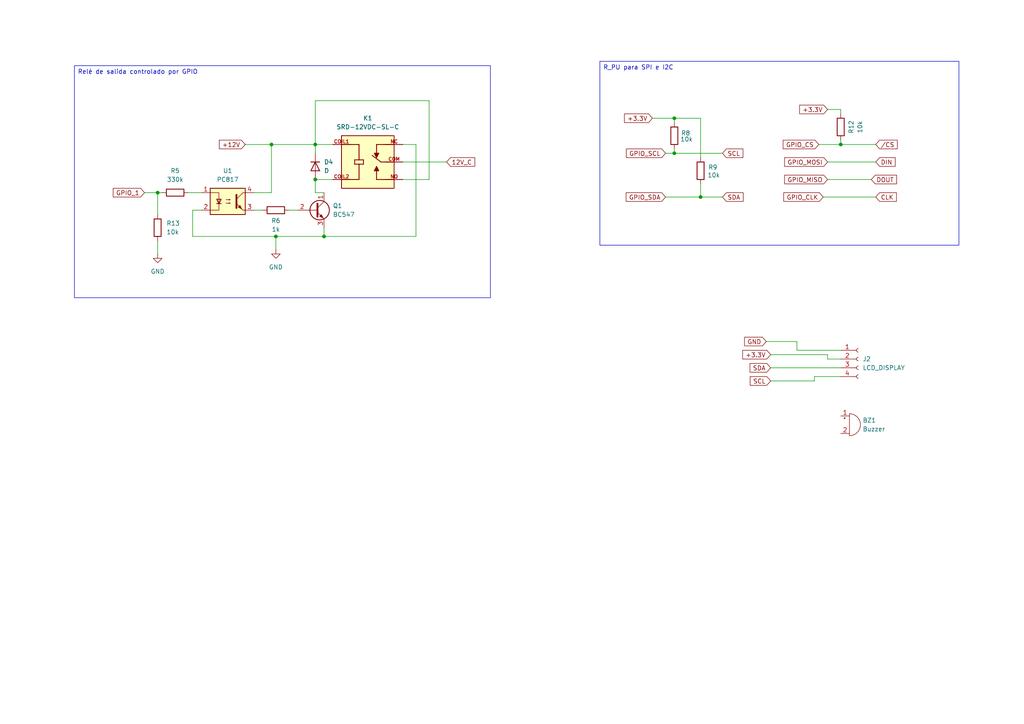
<source format=kicad_sch>
(kicad_sch
	(version 20250114)
	(generator "eeschema")
	(generator_version "9.0")
	(uuid "82e8db8b-2689-43e2-bec9-3bb555f8967d")
	(paper "A4")
	(title_block
		(title "Modulo de control y comunicaciones")
	)
	(lib_symbols
		(symbol "Connector:Conn_01x04_Socket"
			(pin_names
				(offset 1.016)
				(hide yes)
			)
			(exclude_from_sim no)
			(in_bom yes)
			(on_board yes)
			(property "Reference" "J"
				(at 0 5.08 0)
				(effects
					(font
						(size 1.27 1.27)
					)
				)
			)
			(property "Value" "Conn_01x04_Socket"
				(at 0 -7.62 0)
				(effects
					(font
						(size 1.27 1.27)
					)
				)
			)
			(property "Footprint" ""
				(at 0 0 0)
				(effects
					(font
						(size 1.27 1.27)
					)
					(hide yes)
				)
			)
			(property "Datasheet" "~"
				(at 0 0 0)
				(effects
					(font
						(size 1.27 1.27)
					)
					(hide yes)
				)
			)
			(property "Description" "Generic connector, single row, 01x04, script generated"
				(at 0 0 0)
				(effects
					(font
						(size 1.27 1.27)
					)
					(hide yes)
				)
			)
			(property "ki_locked" ""
				(at 0 0 0)
				(effects
					(font
						(size 1.27 1.27)
					)
				)
			)
			(property "ki_keywords" "connector"
				(at 0 0 0)
				(effects
					(font
						(size 1.27 1.27)
					)
					(hide yes)
				)
			)
			(property "ki_fp_filters" "Connector*:*_1x??_*"
				(at 0 0 0)
				(effects
					(font
						(size 1.27 1.27)
					)
					(hide yes)
				)
			)
			(symbol "Conn_01x04_Socket_1_1"
				(polyline
					(pts
						(xy -1.27 2.54) (xy -0.508 2.54)
					)
					(stroke
						(width 0.1524)
						(type default)
					)
					(fill
						(type none)
					)
				)
				(polyline
					(pts
						(xy -1.27 0) (xy -0.508 0)
					)
					(stroke
						(width 0.1524)
						(type default)
					)
					(fill
						(type none)
					)
				)
				(polyline
					(pts
						(xy -1.27 -2.54) (xy -0.508 -2.54)
					)
					(stroke
						(width 0.1524)
						(type default)
					)
					(fill
						(type none)
					)
				)
				(polyline
					(pts
						(xy -1.27 -5.08) (xy -0.508 -5.08)
					)
					(stroke
						(width 0.1524)
						(type default)
					)
					(fill
						(type none)
					)
				)
				(arc
					(start 0 2.032)
					(mid -0.5058 2.54)
					(end 0 3.048)
					(stroke
						(width 0.1524)
						(type default)
					)
					(fill
						(type none)
					)
				)
				(arc
					(start 0 -0.508)
					(mid -0.5058 0)
					(end 0 0.508)
					(stroke
						(width 0.1524)
						(type default)
					)
					(fill
						(type none)
					)
				)
				(arc
					(start 0 -3.048)
					(mid -0.5058 -2.54)
					(end 0 -2.032)
					(stroke
						(width 0.1524)
						(type default)
					)
					(fill
						(type none)
					)
				)
				(arc
					(start 0 -5.588)
					(mid -0.5058 -5.08)
					(end 0 -4.572)
					(stroke
						(width 0.1524)
						(type default)
					)
					(fill
						(type none)
					)
				)
				(pin passive line
					(at -5.08 2.54 0)
					(length 3.81)
					(name "Pin_1"
						(effects
							(font
								(size 1.27 1.27)
							)
						)
					)
					(number "1"
						(effects
							(font
								(size 1.27 1.27)
							)
						)
					)
				)
				(pin passive line
					(at -5.08 0 0)
					(length 3.81)
					(name "Pin_2"
						(effects
							(font
								(size 1.27 1.27)
							)
						)
					)
					(number "2"
						(effects
							(font
								(size 1.27 1.27)
							)
						)
					)
				)
				(pin passive line
					(at -5.08 -2.54 0)
					(length 3.81)
					(name "Pin_3"
						(effects
							(font
								(size 1.27 1.27)
							)
						)
					)
					(number "3"
						(effects
							(font
								(size 1.27 1.27)
							)
						)
					)
				)
				(pin passive line
					(at -5.08 -5.08 0)
					(length 3.81)
					(name "Pin_4"
						(effects
							(font
								(size 1.27 1.27)
							)
						)
					)
					(number "4"
						(effects
							(font
								(size 1.27 1.27)
							)
						)
					)
				)
			)
			(embedded_fonts no)
		)
		(symbol "Device:Buzzer"
			(pin_names
				(offset 0.0254)
				(hide yes)
			)
			(exclude_from_sim no)
			(in_bom yes)
			(on_board yes)
			(property "Reference" "BZ"
				(at 3.81 1.27 0)
				(effects
					(font
						(size 1.27 1.27)
					)
					(justify left)
				)
			)
			(property "Value" "Buzzer"
				(at 3.81 -1.27 0)
				(effects
					(font
						(size 1.27 1.27)
					)
					(justify left)
				)
			)
			(property "Footprint" ""
				(at -0.635 2.54 90)
				(effects
					(font
						(size 1.27 1.27)
					)
					(hide yes)
				)
			)
			(property "Datasheet" "~"
				(at -0.635 2.54 90)
				(effects
					(font
						(size 1.27 1.27)
					)
					(hide yes)
				)
			)
			(property "Description" "Buzzer, polarized"
				(at 0 0 0)
				(effects
					(font
						(size 1.27 1.27)
					)
					(hide yes)
				)
			)
			(property "ki_keywords" "quartz resonator ceramic"
				(at 0 0 0)
				(effects
					(font
						(size 1.27 1.27)
					)
					(hide yes)
				)
			)
			(property "ki_fp_filters" "*Buzzer*"
				(at 0 0 0)
				(effects
					(font
						(size 1.27 1.27)
					)
					(hide yes)
				)
			)
			(symbol "Buzzer_0_1"
				(polyline
					(pts
						(xy -1.651 1.905) (xy -1.143 1.905)
					)
					(stroke
						(width 0)
						(type default)
					)
					(fill
						(type none)
					)
				)
				(polyline
					(pts
						(xy -1.397 2.159) (xy -1.397 1.651)
					)
					(stroke
						(width 0)
						(type default)
					)
					(fill
						(type none)
					)
				)
				(arc
					(start 0 3.175)
					(mid 3.1612 0)
					(end 0 -3.175)
					(stroke
						(width 0)
						(type default)
					)
					(fill
						(type none)
					)
				)
				(polyline
					(pts
						(xy 0 3.175) (xy 0 -3.175)
					)
					(stroke
						(width 0)
						(type default)
					)
					(fill
						(type none)
					)
				)
			)
			(symbol "Buzzer_1_1"
				(pin passive line
					(at -2.54 2.54 0)
					(length 2.54)
					(name "+"
						(effects
							(font
								(size 1.27 1.27)
							)
						)
					)
					(number "1"
						(effects
							(font
								(size 1.27 1.27)
							)
						)
					)
				)
				(pin passive line
					(at -2.54 -2.54 0)
					(length 2.54)
					(name "-"
						(effects
							(font
								(size 1.27 1.27)
							)
						)
					)
					(number "2"
						(effects
							(font
								(size 1.27 1.27)
							)
						)
					)
				)
			)
			(embedded_fonts no)
		)
		(symbol "Device:D"
			(pin_numbers
				(hide yes)
			)
			(pin_names
				(offset 1.016)
				(hide yes)
			)
			(exclude_from_sim no)
			(in_bom yes)
			(on_board yes)
			(property "Reference" "D"
				(at 0 2.54 0)
				(effects
					(font
						(size 1.27 1.27)
					)
				)
			)
			(property "Value" "D"
				(at 0 -2.54 0)
				(effects
					(font
						(size 1.27 1.27)
					)
				)
			)
			(property "Footprint" ""
				(at 0 0 0)
				(effects
					(font
						(size 1.27 1.27)
					)
					(hide yes)
				)
			)
			(property "Datasheet" "~"
				(at 0 0 0)
				(effects
					(font
						(size 1.27 1.27)
					)
					(hide yes)
				)
			)
			(property "Description" "Diode"
				(at 0 0 0)
				(effects
					(font
						(size 1.27 1.27)
					)
					(hide yes)
				)
			)
			(property "Sim.Device" "D"
				(at 0 0 0)
				(effects
					(font
						(size 1.27 1.27)
					)
					(hide yes)
				)
			)
			(property "Sim.Pins" "1=K 2=A"
				(at 0 0 0)
				(effects
					(font
						(size 1.27 1.27)
					)
					(hide yes)
				)
			)
			(property "ki_keywords" "diode"
				(at 0 0 0)
				(effects
					(font
						(size 1.27 1.27)
					)
					(hide yes)
				)
			)
			(property "ki_fp_filters" "TO-???* *_Diode_* *SingleDiode* D_*"
				(at 0 0 0)
				(effects
					(font
						(size 1.27 1.27)
					)
					(hide yes)
				)
			)
			(symbol "D_0_1"
				(polyline
					(pts
						(xy -1.27 1.27) (xy -1.27 -1.27)
					)
					(stroke
						(width 0.254)
						(type default)
					)
					(fill
						(type none)
					)
				)
				(polyline
					(pts
						(xy 1.27 1.27) (xy 1.27 -1.27) (xy -1.27 0) (xy 1.27 1.27)
					)
					(stroke
						(width 0.254)
						(type default)
					)
					(fill
						(type none)
					)
				)
				(polyline
					(pts
						(xy 1.27 0) (xy -1.27 0)
					)
					(stroke
						(width 0)
						(type default)
					)
					(fill
						(type none)
					)
				)
			)
			(symbol "D_1_1"
				(pin passive line
					(at -3.81 0 0)
					(length 2.54)
					(name "K"
						(effects
							(font
								(size 1.27 1.27)
							)
						)
					)
					(number "1"
						(effects
							(font
								(size 1.27 1.27)
							)
						)
					)
				)
				(pin passive line
					(at 3.81 0 180)
					(length 2.54)
					(name "A"
						(effects
							(font
								(size 1.27 1.27)
							)
						)
					)
					(number "2"
						(effects
							(font
								(size 1.27 1.27)
							)
						)
					)
				)
			)
			(embedded_fonts no)
		)
		(symbol "Device:R"
			(pin_numbers
				(hide yes)
			)
			(pin_names
				(offset 0)
			)
			(exclude_from_sim no)
			(in_bom yes)
			(on_board yes)
			(property "Reference" "R"
				(at 2.032 0 90)
				(effects
					(font
						(size 1.27 1.27)
					)
				)
			)
			(property "Value" "R"
				(at 0 0 90)
				(effects
					(font
						(size 1.27 1.27)
					)
				)
			)
			(property "Footprint" ""
				(at -1.778 0 90)
				(effects
					(font
						(size 1.27 1.27)
					)
					(hide yes)
				)
			)
			(property "Datasheet" "~"
				(at 0 0 0)
				(effects
					(font
						(size 1.27 1.27)
					)
					(hide yes)
				)
			)
			(property "Description" "Resistor"
				(at 0 0 0)
				(effects
					(font
						(size 1.27 1.27)
					)
					(hide yes)
				)
			)
			(property "ki_keywords" "R res resistor"
				(at 0 0 0)
				(effects
					(font
						(size 1.27 1.27)
					)
					(hide yes)
				)
			)
			(property "ki_fp_filters" "R_*"
				(at 0 0 0)
				(effects
					(font
						(size 1.27 1.27)
					)
					(hide yes)
				)
			)
			(symbol "R_0_1"
				(rectangle
					(start -1.016 -2.54)
					(end 1.016 2.54)
					(stroke
						(width 0.254)
						(type default)
					)
					(fill
						(type none)
					)
				)
			)
			(symbol "R_1_1"
				(pin passive line
					(at 0 3.81 270)
					(length 1.27)
					(name "~"
						(effects
							(font
								(size 1.27 1.27)
							)
						)
					)
					(number "1"
						(effects
							(font
								(size 1.27 1.27)
							)
						)
					)
				)
				(pin passive line
					(at 0 -3.81 90)
					(length 1.27)
					(name "~"
						(effects
							(font
								(size 1.27 1.27)
							)
						)
					)
					(number "2"
						(effects
							(font
								(size 1.27 1.27)
							)
						)
					)
				)
			)
			(embedded_fonts no)
		)
		(symbol "Isolator:PC817"
			(pin_names
				(offset 1.016)
			)
			(exclude_from_sim no)
			(in_bom yes)
			(on_board yes)
			(property "Reference" "U"
				(at -5.08 5.08 0)
				(effects
					(font
						(size 1.27 1.27)
					)
					(justify left)
				)
			)
			(property "Value" "PC817"
				(at 0 5.08 0)
				(effects
					(font
						(size 1.27 1.27)
					)
					(justify left)
				)
			)
			(property "Footprint" "Package_DIP:DIP-4_W7.62mm"
				(at -5.08 -5.08 0)
				(effects
					(font
						(size 1.27 1.27)
						(italic yes)
					)
					(justify left)
					(hide yes)
				)
			)
			(property "Datasheet" "http://www.soselectronic.cz/a_info/resource/d/pc817.pdf"
				(at 0 0 0)
				(effects
					(font
						(size 1.27 1.27)
					)
					(justify left)
					(hide yes)
				)
			)
			(property "Description" "DC Optocoupler, Vce 35V, CTR 50-300%, DIP-4"
				(at 0 0 0)
				(effects
					(font
						(size 1.27 1.27)
					)
					(hide yes)
				)
			)
			(property "ki_keywords" "NPN DC Optocoupler"
				(at 0 0 0)
				(effects
					(font
						(size 1.27 1.27)
					)
					(hide yes)
				)
			)
			(property "ki_fp_filters" "DIP*W7.62mm*"
				(at 0 0 0)
				(effects
					(font
						(size 1.27 1.27)
					)
					(hide yes)
				)
			)
			(symbol "PC817_0_1"
				(rectangle
					(start -5.08 3.81)
					(end 5.08 -3.81)
					(stroke
						(width 0.254)
						(type default)
					)
					(fill
						(type background)
					)
				)
				(polyline
					(pts
						(xy -5.08 2.54) (xy -2.54 2.54) (xy -2.54 -0.635)
					)
					(stroke
						(width 0)
						(type default)
					)
					(fill
						(type none)
					)
				)
				(polyline
					(pts
						(xy -3.175 -0.635) (xy -1.905 -0.635)
					)
					(stroke
						(width 0.254)
						(type default)
					)
					(fill
						(type none)
					)
				)
				(polyline
					(pts
						(xy -2.54 -0.635) (xy -2.54 -2.54) (xy -5.08 -2.54)
					)
					(stroke
						(width 0)
						(type default)
					)
					(fill
						(type none)
					)
				)
				(polyline
					(pts
						(xy -2.54 -0.635) (xy -3.175 0.635) (xy -1.905 0.635) (xy -2.54 -0.635)
					)
					(stroke
						(width 0.254)
						(type default)
					)
					(fill
						(type none)
					)
				)
				(polyline
					(pts
						(xy -0.508 0.508) (xy 0.762 0.508) (xy 0.381 0.381) (xy 0.381 0.635) (xy 0.762 0.508)
					)
					(stroke
						(width 0)
						(type default)
					)
					(fill
						(type none)
					)
				)
				(polyline
					(pts
						(xy -0.508 -0.508) (xy 0.762 -0.508) (xy 0.381 -0.635) (xy 0.381 -0.381) (xy 0.762 -0.508)
					)
					(stroke
						(width 0)
						(type default)
					)
					(fill
						(type none)
					)
				)
				(polyline
					(pts
						(xy 2.54 1.905) (xy 2.54 -1.905) (xy 2.54 -1.905)
					)
					(stroke
						(width 0.508)
						(type default)
					)
					(fill
						(type none)
					)
				)
				(polyline
					(pts
						(xy 2.54 0.635) (xy 4.445 2.54)
					)
					(stroke
						(width 0)
						(type default)
					)
					(fill
						(type none)
					)
				)
				(polyline
					(pts
						(xy 3.048 -1.651) (xy 3.556 -1.143) (xy 4.064 -2.159) (xy 3.048 -1.651) (xy 3.048 -1.651)
					)
					(stroke
						(width 0)
						(type default)
					)
					(fill
						(type outline)
					)
				)
				(polyline
					(pts
						(xy 4.445 2.54) (xy 5.08 2.54)
					)
					(stroke
						(width 0)
						(type default)
					)
					(fill
						(type none)
					)
				)
				(polyline
					(pts
						(xy 4.445 -2.54) (xy 2.54 -0.635)
					)
					(stroke
						(width 0)
						(type default)
					)
					(fill
						(type outline)
					)
				)
				(polyline
					(pts
						(xy 4.445 -2.54) (xy 5.08 -2.54)
					)
					(stroke
						(width 0)
						(type default)
					)
					(fill
						(type none)
					)
				)
			)
			(symbol "PC817_1_1"
				(pin passive line
					(at -7.62 2.54 0)
					(length 2.54)
					(name "~"
						(effects
							(font
								(size 1.27 1.27)
							)
						)
					)
					(number "1"
						(effects
							(font
								(size 1.27 1.27)
							)
						)
					)
				)
				(pin passive line
					(at -7.62 -2.54 0)
					(length 2.54)
					(name "~"
						(effects
							(font
								(size 1.27 1.27)
							)
						)
					)
					(number "2"
						(effects
							(font
								(size 1.27 1.27)
							)
						)
					)
				)
				(pin passive line
					(at 7.62 2.54 180)
					(length 2.54)
					(name "~"
						(effects
							(font
								(size 1.27 1.27)
							)
						)
					)
					(number "4"
						(effects
							(font
								(size 1.27 1.27)
							)
						)
					)
				)
				(pin passive line
					(at 7.62 -2.54 180)
					(length 2.54)
					(name "~"
						(effects
							(font
								(size 1.27 1.27)
							)
						)
					)
					(number "3"
						(effects
							(font
								(size 1.27 1.27)
							)
						)
					)
				)
			)
			(embedded_fonts no)
		)
		(symbol "SRD-12VDC-SL-C:SRD-12VDC-SL-C"
			(pin_names
				(offset 1.016)
			)
			(exclude_from_sim no)
			(in_bom yes)
			(on_board yes)
			(property "Reference" "K"
				(at -7.62 8.89 0)
				(effects
					(font
						(size 1.27 1.27)
					)
					(justify left bottom)
				)
			)
			(property "Value" "SRD-12VDC-SL-C"
				(at -7.62 -10.16 0)
				(effects
					(font
						(size 1.27 1.27)
					)
					(justify left bottom)
				)
			)
			(property "Footprint" "SRD-12VDC-SL-C:RELAY_SRD-12VDC-SL-C"
				(at 0 0 0)
				(effects
					(font
						(size 1.27 1.27)
					)
					(justify bottom)
					(hide yes)
				)
			)
			(property "Datasheet" ""
				(at 0 0 0)
				(effects
					(font
						(size 1.27 1.27)
					)
					(hide yes)
				)
			)
			(property "Description" ""
				(at 0 0 0)
				(effects
					(font
						(size 1.27 1.27)
					)
					(hide yes)
				)
			)
			(property "MF" "Songle Relay"
				(at 0 0 0)
				(effects
					(font
						(size 1.27 1.27)
					)
					(justify bottom)
					(hide yes)
				)
			)
			(property "MAXIMUM_PACKAGE_HEIGHT" "15.8 mm"
				(at 0 0 0)
				(effects
					(font
						(size 1.27 1.27)
					)
					(justify bottom)
					(hide yes)
				)
			)
			(property "Package" "NON STANDARD-5 Songle Relay"
				(at 0 0 0)
				(effects
					(font
						(size 1.27 1.27)
					)
					(justify bottom)
					(hide yes)
				)
			)
			(property "Price" "None"
				(at 0 0 0)
				(effects
					(font
						(size 1.27 1.27)
					)
					(justify bottom)
					(hide yes)
				)
			)
			(property "Check_prices" "https://www.snapeda.com/parts/SRD-12VDC-SL-C/Songle+Relay/view-part/?ref=eda"
				(at 0 0 0)
				(effects
					(font
						(size 1.27 1.27)
					)
					(justify bottom)
					(hide yes)
				)
			)
			(property "STANDARD" "IPC 7351B"
				(at 0 0 0)
				(effects
					(font
						(size 1.27 1.27)
					)
					(justify bottom)
					(hide yes)
				)
			)
			(property "PARTREV" "1.0"
				(at 0 0 0)
				(effects
					(font
						(size 1.27 1.27)
					)
					(justify bottom)
					(hide yes)
				)
			)
			(property "SnapEDA_Link" "https://www.snapeda.com/parts/SRD-12VDC-SL-C/Songle+Relay/view-part/?ref=snap"
				(at 0 0 0)
				(effects
					(font
						(size 1.27 1.27)
					)
					(justify bottom)
					(hide yes)
				)
			)
			(property "MP" "SRD-12VDC-SL-C"
				(at 0 0 0)
				(effects
					(font
						(size 1.27 1.27)
					)
					(justify bottom)
					(hide yes)
				)
			)
			(property "Description_1" "General Purpose Non Latching 12VDC SPDT Through Hole Relays RoHS"
				(at 0 0 0)
				(effects
					(font
						(size 1.27 1.27)
					)
					(justify bottom)
					(hide yes)
				)
			)
			(property "Availability" "In Stock"
				(at 0 0 0)
				(effects
					(font
						(size 1.27 1.27)
					)
					(justify bottom)
					(hide yes)
				)
			)
			(property "MANUFACTURER" "Songle Relay"
				(at 0 0 0)
				(effects
					(font
						(size 1.27 1.27)
					)
					(justify bottom)
					(hide yes)
				)
			)
			(symbol "SRD-12VDC-SL-C_0_0"
				(polyline
					(pts
						(xy -7.62 5.08) (xy -2.54 5.08)
					)
					(stroke
						(width 0.254)
						(type default)
					)
					(fill
						(type none)
					)
				)
				(polyline
					(pts
						(xy -7.62 -5.08) (xy -2.54 -5.08)
					)
					(stroke
						(width 0.254)
						(type default)
					)
					(fill
						(type none)
					)
				)
				(rectangle
					(start -7.62 -7.62)
					(end 7.62 7.62)
					(stroke
						(width 0.254)
						(type default)
					)
					(fill
						(type background)
					)
				)
				(polyline
					(pts
						(xy -3.81 0.635) (xy -2.54 0.635)
					)
					(stroke
						(width 0.254)
						(type default)
					)
					(fill
						(type none)
					)
				)
				(polyline
					(pts
						(xy -3.81 -0.635) (xy -3.81 0.635)
					)
					(stroke
						(width 0.254)
						(type default)
					)
					(fill
						(type none)
					)
				)
				(polyline
					(pts
						(xy -2.54 5.08) (xy -2.54 0.635)
					)
					(stroke
						(width 0.254)
						(type default)
					)
					(fill
						(type none)
					)
				)
				(polyline
					(pts
						(xy -2.54 0.635) (xy -1.27 0.635)
					)
					(stroke
						(width 0.254)
						(type default)
					)
					(fill
						(type none)
					)
				)
				(polyline
					(pts
						(xy -2.54 -0.635) (xy -3.81 -0.635)
					)
					(stroke
						(width 0.254)
						(type default)
					)
					(fill
						(type none)
					)
				)
				(polyline
					(pts
						(xy -2.54 -0.635) (xy -2.54 -5.08)
					)
					(stroke
						(width 0.254)
						(type default)
					)
					(fill
						(type none)
					)
				)
				(polyline
					(pts
						(xy -1.27 0.635) (xy -1.27 -0.635)
					)
					(stroke
						(width 0.254)
						(type default)
					)
					(fill
						(type none)
					)
				)
				(polyline
					(pts
						(xy -1.27 -0.635) (xy -2.54 -0.635)
					)
					(stroke
						(width 0.254)
						(type default)
					)
					(fill
						(type none)
					)
				)
				(polyline
					(pts
						(xy 1.905 -2.54) (xy 3.175 -2.54) (xy 2.54 -1.27) (xy 1.905 -2.54)
					)
					(stroke
						(width 0.254)
						(type default)
					)
					(fill
						(type outline)
					)
				)
				(polyline
					(pts
						(xy 2.54 5.08) (xy 2.54 2.54)
					)
					(stroke
						(width 0.254)
						(type default)
					)
					(fill
						(type none)
					)
				)
				(polyline
					(pts
						(xy 2.54 5.08) (xy 7.62 5.08)
					)
					(stroke
						(width 0.254)
						(type default)
					)
					(fill
						(type none)
					)
				)
				(polyline
					(pts
						(xy 2.54 -5.08) (xy 2.54 -2.54)
					)
					(stroke
						(width 0.254)
						(type default)
					)
					(fill
						(type none)
					)
				)
				(polyline
					(pts
						(xy 3.175 2.54) (xy 1.905 2.54) (xy 2.54 1.27) (xy 3.175 2.54)
					)
					(stroke
						(width 0.254)
						(type default)
					)
					(fill
						(type outline)
					)
				)
				(polyline
					(pts
						(xy 3.81 0) (xy 1.27 1.905)
					)
					(stroke
						(width 0.254)
						(type default)
					)
					(fill
						(type none)
					)
				)
				(polyline
					(pts
						(xy 7.62 0) (xy 3.81 0)
					)
					(stroke
						(width 0.254)
						(type default)
					)
					(fill
						(type none)
					)
				)
				(polyline
					(pts
						(xy 7.62 -5.08) (xy 2.54 -5.08)
					)
					(stroke
						(width 0.254)
						(type default)
					)
					(fill
						(type none)
					)
				)
				(pin passive line
					(at -10.16 5.08 0)
					(length 5.08)
					(name "~"
						(effects
							(font
								(size 1.016 1.016)
							)
						)
					)
					(number "COIL1"
						(effects
							(font
								(size 1.016 1.016)
							)
						)
					)
				)
				(pin passive line
					(at -10.16 -5.08 0)
					(length 5.08)
					(name "~"
						(effects
							(font
								(size 1.016 1.016)
							)
						)
					)
					(number "COIL2"
						(effects
							(font
								(size 1.016 1.016)
							)
						)
					)
				)
				(pin passive line
					(at 10.16 5.08 180)
					(length 5.08)
					(name "~"
						(effects
							(font
								(size 1.016 1.016)
							)
						)
					)
					(number "NC"
						(effects
							(font
								(size 1.016 1.016)
							)
						)
					)
				)
				(pin passive line
					(at 10.16 0 180)
					(length 5.08)
					(name "~"
						(effects
							(font
								(size 1.016 1.016)
							)
						)
					)
					(number "COM"
						(effects
							(font
								(size 1.016 1.016)
							)
						)
					)
				)
				(pin passive line
					(at 10.16 -5.08 180)
					(length 5.08)
					(name "~"
						(effects
							(font
								(size 1.016 1.016)
							)
						)
					)
					(number "NO"
						(effects
							(font
								(size 1.016 1.016)
							)
						)
					)
				)
			)
			(embedded_fonts no)
		)
		(symbol "Transistor_BJT:BC547"
			(pin_names
				(offset 0)
				(hide yes)
			)
			(exclude_from_sim no)
			(in_bom yes)
			(on_board yes)
			(property "Reference" "Q"
				(at 5.08 1.905 0)
				(effects
					(font
						(size 1.27 1.27)
					)
					(justify left)
				)
			)
			(property "Value" "BC547"
				(at 5.08 0 0)
				(effects
					(font
						(size 1.27 1.27)
					)
					(justify left)
				)
			)
			(property "Footprint" "Package_TO_SOT_THT:TO-92_Inline"
				(at 5.08 -1.905 0)
				(effects
					(font
						(size 1.27 1.27)
						(italic yes)
					)
					(justify left)
					(hide yes)
				)
			)
			(property "Datasheet" "https://www.onsemi.com/pub/Collateral/BC550-D.pdf"
				(at 0 0 0)
				(effects
					(font
						(size 1.27 1.27)
					)
					(justify left)
					(hide yes)
				)
			)
			(property "Description" "0.1A Ic, 45V Vce, Small Signal NPN Transistor, TO-92"
				(at 0 0 0)
				(effects
					(font
						(size 1.27 1.27)
					)
					(hide yes)
				)
			)
			(property "ki_keywords" "NPN Transistor"
				(at 0 0 0)
				(effects
					(font
						(size 1.27 1.27)
					)
					(hide yes)
				)
			)
			(property "ki_fp_filters" "TO?92*"
				(at 0 0 0)
				(effects
					(font
						(size 1.27 1.27)
					)
					(hide yes)
				)
			)
			(symbol "BC547_0_1"
				(polyline
					(pts
						(xy -2.54 0) (xy 0.635 0)
					)
					(stroke
						(width 0)
						(type default)
					)
					(fill
						(type none)
					)
				)
				(polyline
					(pts
						(xy 0.635 1.905) (xy 0.635 -1.905)
					)
					(stroke
						(width 0.508)
						(type default)
					)
					(fill
						(type none)
					)
				)
				(circle
					(center 1.27 0)
					(radius 2.8194)
					(stroke
						(width 0.254)
						(type default)
					)
					(fill
						(type none)
					)
				)
			)
			(symbol "BC547_1_1"
				(polyline
					(pts
						(xy 0.635 0.635) (xy 2.54 2.54)
					)
					(stroke
						(width 0)
						(type default)
					)
					(fill
						(type none)
					)
				)
				(polyline
					(pts
						(xy 0.635 -0.635) (xy 2.54 -2.54)
					)
					(stroke
						(width 0)
						(type default)
					)
					(fill
						(type none)
					)
				)
				(polyline
					(pts
						(xy 1.27 -1.778) (xy 1.778 -1.27) (xy 2.286 -2.286) (xy 1.27 -1.778)
					)
					(stroke
						(width 0)
						(type default)
					)
					(fill
						(type outline)
					)
				)
				(pin input line
					(at -5.08 0 0)
					(length 2.54)
					(name "B"
						(effects
							(font
								(size 1.27 1.27)
							)
						)
					)
					(number "2"
						(effects
							(font
								(size 1.27 1.27)
							)
						)
					)
				)
				(pin passive line
					(at 2.54 5.08 270)
					(length 2.54)
					(name "C"
						(effects
							(font
								(size 1.27 1.27)
							)
						)
					)
					(number "1"
						(effects
							(font
								(size 1.27 1.27)
							)
						)
					)
				)
				(pin passive line
					(at 2.54 -5.08 90)
					(length 2.54)
					(name "E"
						(effects
							(font
								(size 1.27 1.27)
							)
						)
					)
					(number "3"
						(effects
							(font
								(size 1.27 1.27)
							)
						)
					)
				)
			)
			(embedded_fonts no)
		)
		(symbol "power:GND"
			(power)
			(pin_numbers
				(hide yes)
			)
			(pin_names
				(offset 0)
				(hide yes)
			)
			(exclude_from_sim no)
			(in_bom yes)
			(on_board yes)
			(property "Reference" "#PWR"
				(at 0 -6.35 0)
				(effects
					(font
						(size 1.27 1.27)
					)
					(hide yes)
				)
			)
			(property "Value" "GND"
				(at 0 -3.81 0)
				(effects
					(font
						(size 1.27 1.27)
					)
				)
			)
			(property "Footprint" ""
				(at 0 0 0)
				(effects
					(font
						(size 1.27 1.27)
					)
					(hide yes)
				)
			)
			(property "Datasheet" ""
				(at 0 0 0)
				(effects
					(font
						(size 1.27 1.27)
					)
					(hide yes)
				)
			)
			(property "Description" "Power symbol creates a global label with name \"GND\" , ground"
				(at 0 0 0)
				(effects
					(font
						(size 1.27 1.27)
					)
					(hide yes)
				)
			)
			(property "ki_keywords" "global power"
				(at 0 0 0)
				(effects
					(font
						(size 1.27 1.27)
					)
					(hide yes)
				)
			)
			(symbol "GND_0_1"
				(polyline
					(pts
						(xy 0 0) (xy 0 -1.27) (xy 1.27 -1.27) (xy 0 -2.54) (xy -1.27 -1.27) (xy 0 -1.27)
					)
					(stroke
						(width 0)
						(type default)
					)
					(fill
						(type none)
					)
				)
			)
			(symbol "GND_1_1"
				(pin power_in line
					(at 0 0 270)
					(length 0)
					(name "~"
						(effects
							(font
								(size 1.27 1.27)
							)
						)
					)
					(number "1"
						(effects
							(font
								(size 1.27 1.27)
							)
						)
					)
				)
			)
			(embedded_fonts no)
		)
	)
	(text_box "Relé de salida controlado por GPIO\n\n"
		(exclude_from_sim no)
		(at 21.59 19.05 0)
		(size 120.65 67.31)
		(margins 0.9525 0.9525 0.9525 0.9525)
		(stroke
			(width 0)
			(type solid)
		)
		(fill
			(type none)
		)
		(effects
			(font
				(size 1.27 1.27)
			)
			(justify left top)
		)
		(uuid "7fbc4732-11c7-4503-a658-b671c2112f85")
	)
	(text_box "R_PU para SPI e I2C"
		(exclude_from_sim no)
		(at 173.99 17.78 0)
		(size 104.14 53.34)
		(margins 0.9525 0.9525 0.9525 0.9525)
		(stroke
			(width 0)
			(type solid)
		)
		(fill
			(type none)
		)
		(effects
			(font
				(size 1.27 1.27)
			)
			(justify left top)
		)
		(uuid "cffa054f-9df1-43d5-9444-cd2d94f718a9")
	)
	(junction
		(at 91.44 41.91)
		(diameter 0)
		(color 0 0 0 0)
		(uuid "22af4345-1808-4201-9efc-7e5b0dc009dd")
	)
	(junction
		(at 93.98 68.58)
		(diameter 0)
		(color 0 0 0 0)
		(uuid "2aca2035-ebf0-4b43-8920-123605e5a0e7")
	)
	(junction
		(at 243.84 41.91)
		(diameter 0)
		(color 0 0 0 0)
		(uuid "34cb23d8-01d5-4ce0-b4c1-23f071637a5c")
	)
	(junction
		(at 45.72 55.88)
		(diameter 0)
		(color 0 0 0 0)
		(uuid "838b7ea5-0f75-47e0-b57e-81c659ee7211")
	)
	(junction
		(at 195.58 44.45)
		(diameter 0)
		(color 0 0 0 0)
		(uuid "84e3567a-eb92-4e6b-b446-77d5ec475d1f")
	)
	(junction
		(at 91.44 52.07)
		(diameter 0)
		(color 0 0 0 0)
		(uuid "8bf3c4ce-4206-4e3b-8d77-0fbae6c4db80")
	)
	(junction
		(at 78.74 41.91)
		(diameter 0)
		(color 0 0 0 0)
		(uuid "8f88cc0d-4a83-4a31-be5b-fbff809b8e30")
	)
	(junction
		(at 195.58 34.29)
		(diameter 0)
		(color 0 0 0 0)
		(uuid "bc349be8-3429-4d45-b0fb-ca3dab4fac0b")
	)
	(junction
		(at 80.01 68.58)
		(diameter 0)
		(color 0 0 0 0)
		(uuid "c00d52e1-dcbb-44eb-bf13-e9ea6007b990")
	)
	(junction
		(at 203.2 57.15)
		(diameter 0)
		(color 0 0 0 0)
		(uuid "cf657193-fdc9-48d8-9ec1-7673566273f1")
	)
	(wire
		(pts
			(xy 71.12 41.91) (xy 78.74 41.91)
		)
		(stroke
			(width 0)
			(type default)
		)
		(uuid "044bd747-51f2-4b27-b341-05e14fc87d09")
	)
	(wire
		(pts
			(xy 193.04 44.45) (xy 195.58 44.45)
		)
		(stroke
			(width 0)
			(type default)
		)
		(uuid "04f808f4-10c0-49d0-81e6-0a2aad6f4922")
	)
	(wire
		(pts
			(xy 55.88 60.96) (xy 55.88 68.58)
		)
		(stroke
			(width 0)
			(type default)
		)
		(uuid "094a24f5-3bf6-44b0-87fb-0e96c222eca8")
	)
	(wire
		(pts
			(xy 93.98 66.04) (xy 93.98 68.58)
		)
		(stroke
			(width 0)
			(type default)
		)
		(uuid "1207b346-c29d-420c-9a09-cd0d259af290")
	)
	(wire
		(pts
			(xy 240.03 52.07) (xy 252.73 52.07)
		)
		(stroke
			(width 0)
			(type default)
		)
		(uuid "131e9a3f-e03f-4e7f-8b79-eaa9ae3562df")
	)
	(wire
		(pts
			(xy 54.61 55.88) (xy 58.42 55.88)
		)
		(stroke
			(width 0)
			(type default)
		)
		(uuid "149af1b2-1b2f-416c-9d8e-cfe324481d1c")
	)
	(wire
		(pts
			(xy 240.03 46.99) (xy 254 46.99)
		)
		(stroke
			(width 0)
			(type default)
		)
		(uuid "198a2c51-bec6-441c-86e2-d00901e8160f")
	)
	(wire
		(pts
			(xy 91.44 41.91) (xy 96.52 41.91)
		)
		(stroke
			(width 0)
			(type default)
		)
		(uuid "1c594a39-74b7-4668-b2cc-031d45325deb")
	)
	(wire
		(pts
			(xy 93.98 68.58) (xy 80.01 68.58)
		)
		(stroke
			(width 0)
			(type default)
		)
		(uuid "1d6505d0-f086-4b13-811f-d184b54bdf44")
	)
	(wire
		(pts
			(xy 58.42 60.96) (xy 55.88 60.96)
		)
		(stroke
			(width 0)
			(type default)
		)
		(uuid "202b6bc9-dece-4002-9003-547fd113e9e8")
	)
	(wire
		(pts
			(xy 203.2 57.15) (xy 209.55 57.15)
		)
		(stroke
			(width 0)
			(type default)
		)
		(uuid "22716356-0389-45e5-9a81-49310881ecf6")
	)
	(wire
		(pts
			(xy 73.66 55.88) (xy 78.74 55.88)
		)
		(stroke
			(width 0)
			(type default)
		)
		(uuid "22b5f67f-c87a-4076-96c3-e90a7d764d27")
	)
	(wire
		(pts
			(xy 231.14 99.06) (xy 222.25 99.06)
		)
		(stroke
			(width 0)
			(type default)
		)
		(uuid "24cbd83f-99b0-440c-9806-3bfadf15a351")
	)
	(wire
		(pts
			(xy 41.91 55.88) (xy 45.72 55.88)
		)
		(stroke
			(width 0)
			(type default)
		)
		(uuid "2520c1ae-db42-4bf3-b2f9-b5ee67f03589")
	)
	(wire
		(pts
			(xy 45.72 55.88) (xy 45.72 62.23)
		)
		(stroke
			(width 0)
			(type default)
		)
		(uuid "27ebc32a-afa6-4f6f-9f5e-d0156ad2d27c")
	)
	(wire
		(pts
			(xy 223.52 106.68) (xy 243.84 106.68)
		)
		(stroke
			(width 0)
			(type default)
		)
		(uuid "28da1af9-159a-4784-9468-56da10227d94")
	)
	(wire
		(pts
			(xy 223.52 102.87) (xy 240.03 102.87)
		)
		(stroke
			(width 0)
			(type default)
		)
		(uuid "28de46db-d9bf-4e19-ab4d-0aafe6072a99")
	)
	(wire
		(pts
			(xy 93.98 68.58) (xy 120.65 68.58)
		)
		(stroke
			(width 0)
			(type default)
		)
		(uuid "2b325a73-521c-49cf-a385-5aa6911fc7ba")
	)
	(wire
		(pts
			(xy 195.58 35.56) (xy 195.58 34.29)
		)
		(stroke
			(width 0)
			(type default)
		)
		(uuid "2cead1a3-a0bc-4356-bdf0-6837ae617fdf")
	)
	(wire
		(pts
			(xy 203.2 53.34) (xy 203.2 57.15)
		)
		(stroke
			(width 0)
			(type default)
		)
		(uuid "32d3fbeb-10a7-44b6-9756-d376a3736629")
	)
	(wire
		(pts
			(xy 240.03 104.14) (xy 243.84 104.14)
		)
		(stroke
			(width 0)
			(type default)
		)
		(uuid "4169a441-8c56-46eb-ba95-fb7e7c406f14")
	)
	(wire
		(pts
			(xy 124.46 29.21) (xy 124.46 52.07)
		)
		(stroke
			(width 0)
			(type default)
		)
		(uuid "459e2fec-e9a9-4125-9c1c-a8352f0d106d")
	)
	(wire
		(pts
			(xy 124.46 52.07) (xy 116.84 52.07)
		)
		(stroke
			(width 0)
			(type default)
		)
		(uuid "550983fb-abbb-4c5f-b62a-a241cbc74b46")
	)
	(wire
		(pts
			(xy 238.76 57.15) (xy 254 57.15)
		)
		(stroke
			(width 0)
			(type default)
		)
		(uuid "57656053-1a2d-413b-83b8-10e997fe9a6a")
	)
	(wire
		(pts
			(xy 243.84 109.22) (xy 236.22 109.22)
		)
		(stroke
			(width 0)
			(type default)
		)
		(uuid "65f672a2-611d-4c09-9b29-64a36b4a9f3f")
	)
	(wire
		(pts
			(xy 236.22 110.49) (xy 223.52 110.49)
		)
		(stroke
			(width 0)
			(type default)
		)
		(uuid "68273ec6-339d-48f8-8204-4adc2191806d")
	)
	(wire
		(pts
			(xy 45.72 69.85) (xy 45.72 73.66)
		)
		(stroke
			(width 0)
			(type default)
		)
		(uuid "6f654969-3353-4d60-94df-3a34b8e271e1")
	)
	(wire
		(pts
			(xy 91.44 41.91) (xy 91.44 29.21)
		)
		(stroke
			(width 0)
			(type default)
		)
		(uuid "6fb38fcb-f41e-46c9-892d-accf95dcfc44")
	)
	(wire
		(pts
			(xy 243.84 41.91) (xy 254 41.91)
		)
		(stroke
			(width 0)
			(type default)
		)
		(uuid "6ffe5cc5-56c4-40d3-a785-c8353605ec4c")
	)
	(wire
		(pts
			(xy 195.58 44.45) (xy 209.55 44.45)
		)
		(stroke
			(width 0)
			(type default)
		)
		(uuid "766960ac-b12f-466b-a2c2-1eb5d87287c9")
	)
	(wire
		(pts
			(xy 240.03 31.75) (xy 243.84 31.75)
		)
		(stroke
			(width 0)
			(type default)
		)
		(uuid "81358820-ed2a-444e-83d8-55d0000445d3")
	)
	(wire
		(pts
			(xy 189.23 34.29) (xy 195.58 34.29)
		)
		(stroke
			(width 0)
			(type default)
		)
		(uuid "8a6bdb11-0137-4829-8d9d-62c0ea8c2ea1")
	)
	(wire
		(pts
			(xy 78.74 55.88) (xy 78.74 41.91)
		)
		(stroke
			(width 0)
			(type default)
		)
		(uuid "9194a380-4811-4741-80ff-dedbd7d0f322")
	)
	(wire
		(pts
			(xy 93.98 55.88) (xy 91.44 55.88)
		)
		(stroke
			(width 0)
			(type default)
		)
		(uuid "95d4a7c0-46b1-49bf-b6d9-0d5fcbaf0500")
	)
	(wire
		(pts
			(xy 45.72 55.88) (xy 46.99 55.88)
		)
		(stroke
			(width 0)
			(type default)
		)
		(uuid "9618fbea-754d-43e6-86c5-9a6de0b832e1")
	)
	(wire
		(pts
			(xy 80.01 68.58) (xy 55.88 68.58)
		)
		(stroke
			(width 0)
			(type default)
		)
		(uuid "973182a1-8d38-4cf4-b4dd-6120a8aca156")
	)
	(wire
		(pts
			(xy 80.01 72.39) (xy 80.01 68.58)
		)
		(stroke
			(width 0)
			(type default)
		)
		(uuid "97e5700a-ecef-483b-8b55-2a17ff7759e3")
	)
	(wire
		(pts
			(xy 240.03 102.87) (xy 240.03 104.14)
		)
		(stroke
			(width 0)
			(type default)
		)
		(uuid "9813d0ab-7c2d-456a-ac7b-6a688397ae15")
	)
	(wire
		(pts
			(xy 91.44 29.21) (xy 124.46 29.21)
		)
		(stroke
			(width 0)
			(type default)
		)
		(uuid "98871f2a-2a91-4628-9ca6-aee69110f1ab")
	)
	(wire
		(pts
			(xy 237.49 41.91) (xy 243.84 41.91)
		)
		(stroke
			(width 0)
			(type default)
		)
		(uuid "a0f2297a-456d-4ec0-b669-a4511388c5c5")
	)
	(wire
		(pts
			(xy 91.44 52.07) (xy 96.52 52.07)
		)
		(stroke
			(width 0)
			(type default)
		)
		(uuid "a46bb648-8ab2-4854-a603-7aa6ef92ddb5")
	)
	(wire
		(pts
			(xy 78.74 41.91) (xy 91.44 41.91)
		)
		(stroke
			(width 0)
			(type default)
		)
		(uuid "ac852149-90cc-417f-8b82-3abcab50a64c")
	)
	(wire
		(pts
			(xy 243.84 101.6) (xy 231.14 101.6)
		)
		(stroke
			(width 0)
			(type default)
		)
		(uuid "b5cd54b1-57d1-4748-90d6-ee2f079de7de")
	)
	(wire
		(pts
			(xy 254 46.981) (xy 254 46.99)
		)
		(stroke
			(width 0)
			(type default)
		)
		(uuid "bae39330-5764-45b2-b648-471844597a90")
	)
	(wire
		(pts
			(xy 243.84 40.64) (xy 243.84 41.91)
		)
		(stroke
			(width 0)
			(type default)
		)
		(uuid "bf6265c0-d9ac-4f62-8bbe-9acb0856fc54")
	)
	(wire
		(pts
			(xy 91.44 55.88) (xy 91.44 52.07)
		)
		(stroke
			(width 0)
			(type default)
		)
		(uuid "c255dc53-e538-42d2-8acb-84330469f0b0")
	)
	(wire
		(pts
			(xy 231.14 101.6) (xy 231.14 99.06)
		)
		(stroke
			(width 0)
			(type default)
		)
		(uuid "c4cd6556-666e-40a2-92f5-46fc32ff2074")
	)
	(wire
		(pts
			(xy 116.84 46.99) (xy 129.54 46.99)
		)
		(stroke
			(width 0)
			(type default)
		)
		(uuid "c500da42-d5ef-4329-ad54-c944a0c67d8c")
	)
	(wire
		(pts
			(xy 195.58 43.18) (xy 195.58 44.45)
		)
		(stroke
			(width 0)
			(type default)
		)
		(uuid "c97723cd-1956-4bc4-9dae-079f43ddc7f0")
	)
	(wire
		(pts
			(xy 120.65 68.58) (xy 120.65 41.91)
		)
		(stroke
			(width 0)
			(type default)
		)
		(uuid "d864ebf4-9ab5-409d-b385-a708ecf7afdd")
	)
	(wire
		(pts
			(xy 73.66 60.96) (xy 76.2 60.96)
		)
		(stroke
			(width 0)
			(type default)
		)
		(uuid "da5b43f0-8c97-4745-953c-eb071c45adb3")
	)
	(wire
		(pts
			(xy 91.44 41.91) (xy 91.44 44.45)
		)
		(stroke
			(width 0)
			(type default)
		)
		(uuid "de22548d-dd14-4acb-8f93-d97fdfdc692d")
	)
	(wire
		(pts
			(xy 195.58 34.29) (xy 203.2 34.29)
		)
		(stroke
			(width 0)
			(type default)
		)
		(uuid "ed3fd54c-5a5a-40cb-8609-a21c9d6337e2")
	)
	(wire
		(pts
			(xy 203.2 57.15) (xy 193.04 57.15)
		)
		(stroke
			(width 0)
			(type default)
		)
		(uuid "ee2ca4dc-607b-44dd-9ea0-757ece814b02")
	)
	(wire
		(pts
			(xy 236.22 109.22) (xy 236.22 110.49)
		)
		(stroke
			(width 0)
			(type default)
		)
		(uuid "ef8cee7f-ce5a-4f20-ad80-45cc8239616b")
	)
	(wire
		(pts
			(xy 83.82 60.96) (xy 86.36 60.96)
		)
		(stroke
			(width 0)
			(type default)
		)
		(uuid "efbddf7f-1a0e-4587-b74e-286243c2d550")
	)
	(wire
		(pts
			(xy 203.2 45.72) (xy 203.2 34.29)
		)
		(stroke
			(width 0)
			(type default)
		)
		(uuid "fb97b764-e9ad-430d-a6d5-82116286ec7d")
	)
	(wire
		(pts
			(xy 120.65 41.91) (xy 116.84 41.91)
		)
		(stroke
			(width 0)
			(type default)
		)
		(uuid "fd7906d5-d822-4b67-a695-68bce1e1abd3")
	)
	(wire
		(pts
			(xy 243.84 31.75) (xy 243.84 33.02)
		)
		(stroke
			(width 0)
			(type default)
		)
		(uuid "ff8efd96-0866-401a-924e-681226b4078e")
	)
	(global_label "+3.3V"
		(shape input)
		(at 189.23 34.29 180)
		(fields_autoplaced yes)
		(effects
			(font
				(size 1.27 1.27)
			)
			(justify right)
		)
		(uuid "120e1777-ccfa-4910-95f3-55dbcba96506")
		(property "Intersheetrefs" "${INTERSHEET_REFS}"
			(at 180.56 34.29 0)
			(effects
				(font
					(size 1.27 1.27)
				)
				(justify right)
				(hide yes)
			)
		)
	)
	(global_label "{slash}CS"
		(shape input)
		(at 254 41.91 0)
		(fields_autoplaced yes)
		(effects
			(font
				(size 1.27 1.27)
			)
			(justify left)
		)
		(uuid "26ec6ceb-fa95-4849-b7bc-3fb1229f9f10")
		(property "Intersheetrefs" "${INTERSHEET_REFS}"
			(at 260.7952 41.91 0)
			(effects
				(font
					(size 1.27 1.27)
				)
				(justify left)
				(hide yes)
			)
		)
	)
	(global_label "SDA"
		(shape input)
		(at 223.52 106.68 180)
		(fields_autoplaced yes)
		(effects
			(font
				(size 1.27 1.27)
			)
			(justify right)
		)
		(uuid "3751865b-c4f9-4533-9f89-e9a9ab64d575")
		(property "Intersheetrefs" "${INTERSHEET_REFS}"
			(at 216.9667 106.68 0)
			(effects
				(font
					(size 1.27 1.27)
				)
				(justify right)
				(hide yes)
			)
		)
	)
	(global_label "CLK"
		(shape input)
		(at 254 57.15 0)
		(fields_autoplaced yes)
		(effects
			(font
				(size 1.27 1.27)
			)
			(justify left)
		)
		(uuid "3fa68956-53f0-4c08-b381-1985dec443ac")
		(property "Intersheetrefs" "${INTERSHEET_REFS}"
			(at 260.5533 57.15 0)
			(effects
				(font
					(size 1.27 1.27)
				)
				(justify left)
				(hide yes)
			)
		)
	)
	(global_label "GPIO_SDA"
		(shape input)
		(at 193.04 57.15 180)
		(fields_autoplaced yes)
		(effects
			(font
				(size 1.27 1.27)
			)
			(justify right)
		)
		(uuid "40dc3dc9-85f6-4946-875e-c8883e7e3aed")
		(property "Intersheetrefs" "${INTERSHEET_REFS}"
			(at 181.0438 57.15 0)
			(effects
				(font
					(size 1.27 1.27)
				)
				(justify right)
				(hide yes)
			)
		)
	)
	(global_label "GPIO_CLK"
		(shape input)
		(at 238.76 57.15 180)
		(fields_autoplaced yes)
		(effects
			(font
				(size 1.27 1.27)
			)
			(justify right)
		)
		(uuid "5ad0dbbf-3f96-43a4-95ae-f9713bf18de1")
		(property "Intersheetrefs" "${INTERSHEET_REFS}"
			(at 226.7638 57.15 0)
			(effects
				(font
					(size 1.27 1.27)
				)
				(justify right)
				(hide yes)
			)
		)
	)
	(global_label "+12V"
		(shape input)
		(at 71.12 41.91 180)
		(fields_autoplaced yes)
		(effects
			(font
				(size 1.27 1.27)
			)
			(justify right)
		)
		(uuid "6667eb79-ec2b-4063-9df2-361c690049b3")
		(property "Intersheetrefs" "${INTERSHEET_REFS}"
			(at 63.0548 41.91 0)
			(effects
				(font
					(size 1.27 1.27)
				)
				(justify right)
				(hide yes)
			)
		)
	)
	(global_label "GPIO_MOSI"
		(shape input)
		(at 240.03 46.99 180)
		(fields_autoplaced yes)
		(effects
			(font
				(size 1.27 1.27)
			)
			(justify right)
		)
		(uuid "6c1fd938-f240-4be4-bb79-b5432e57681a")
		(property "Intersheetrefs" "${INTERSHEET_REFS}"
			(at 227.0057 46.99 0)
			(effects
				(font
					(size 1.27 1.27)
				)
				(justify right)
				(hide yes)
			)
		)
	)
	(global_label "GND"
		(shape input)
		(at 222.25 99.06 180)
		(fields_autoplaced yes)
		(effects
			(font
				(size 1.27 1.27)
			)
			(justify right)
		)
		(uuid "706cd866-5768-4487-a410-b97c3bae81bc")
		(property "Intersheetrefs" "${INTERSHEET_REFS}"
			(at 215.3943 99.06 0)
			(effects
				(font
					(size 1.27 1.27)
				)
				(justify right)
				(hide yes)
			)
		)
	)
	(global_label "GPIO_1"
		(shape input)
		(at 41.91 55.88 180)
		(fields_autoplaced yes)
		(effects
			(font
				(size 1.27 1.27)
			)
			(justify right)
		)
		(uuid "7d91facd-b69e-4a71-9477-bda9e83ad019")
		(property "Intersheetrefs" "${INTERSHEET_REFS}"
			(at 32.2724 55.88 0)
			(effects
				(font
					(size 1.27 1.27)
				)
				(justify right)
				(hide yes)
			)
		)
	)
	(global_label "SCL"
		(shape input)
		(at 209.55 44.45 0)
		(fields_autoplaced yes)
		(effects
			(font
				(size 1.27 1.27)
			)
			(justify left)
		)
		(uuid "8d38a439-e521-4fa1-92a5-1b0af5095710")
		(property "Intersheetrefs" "${INTERSHEET_REFS}"
			(at 216.0428 44.45 0)
			(effects
				(font
					(size 1.27 1.27)
				)
				(justify left)
				(hide yes)
			)
		)
	)
	(global_label "GPIO_SCL"
		(shape input)
		(at 193.04 44.45 180)
		(fields_autoplaced yes)
		(effects
			(font
				(size 1.27 1.27)
			)
			(justify right)
		)
		(uuid "96429522-aed9-4f7e-b22b-b08972fd1022")
		(property "Intersheetrefs" "${INTERSHEET_REFS}"
			(at 181.1043 44.45 0)
			(effects
				(font
					(size 1.27 1.27)
				)
				(justify right)
				(hide yes)
			)
		)
	)
	(global_label "SCL"
		(shape input)
		(at 223.52 110.49 180)
		(fields_autoplaced yes)
		(effects
			(font
				(size 1.27 1.27)
			)
			(justify right)
		)
		(uuid "a9fdaeb3-75b4-48e5-9e32-fe99021ffd4f")
		(property "Intersheetrefs" "${INTERSHEET_REFS}"
			(at 217.0272 110.49 0)
			(effects
				(font
					(size 1.27 1.27)
				)
				(justify right)
				(hide yes)
			)
		)
	)
	(global_label "DIN"
		(shape input)
		(at 254 46.981 0)
		(fields_autoplaced yes)
		(effects
			(font
				(size 1.27 1.27)
			)
			(justify left)
		)
		(uuid "b6cfb48a-7fc8-427a-b80f-0a3ab1a599e9")
		(property "Intersheetrefs" "${INTERSHEET_REFS}"
			(at 260.1905 46.981 0)
			(effects
				(font
					(size 1.27 1.27)
				)
				(justify left)
				(hide yes)
			)
		)
	)
	(global_label "12V_C"
		(shape input)
		(at 129.54 46.99 0)
		(fields_autoplaced yes)
		(effects
			(font
				(size 1.27 1.27)
			)
			(justify left)
		)
		(uuid "c6c8824c-00d5-4aa6-9e10-46bcae47fc30")
		(property "Intersheetrefs" "${INTERSHEET_REFS}"
			(at 138.2704 46.99 0)
			(effects
				(font
					(size 1.27 1.27)
				)
				(justify left)
				(hide yes)
			)
		)
	)
	(global_label "SDA"
		(shape input)
		(at 209.55 57.15 0)
		(fields_autoplaced yes)
		(effects
			(font
				(size 1.27 1.27)
			)
			(justify left)
		)
		(uuid "ca1575af-dc54-4833-bd94-6c05955d51c5")
		(property "Intersheetrefs" "${INTERSHEET_REFS}"
			(at 216.1033 57.15 0)
			(effects
				(font
					(size 1.27 1.27)
				)
				(justify left)
				(hide yes)
			)
		)
	)
	(global_label "+3.3V"
		(shape input)
		(at 223.52 102.87 180)
		(fields_autoplaced yes)
		(effects
			(font
				(size 1.27 1.27)
			)
			(justify right)
		)
		(uuid "cf8724ff-1c18-4df9-937b-8f8ac49f801e")
		(property "Intersheetrefs" "${INTERSHEET_REFS}"
			(at 214.85 102.87 0)
			(effects
				(font
					(size 1.27 1.27)
				)
				(justify right)
				(hide yes)
			)
		)
	)
	(global_label "GPIO_CS"
		(shape input)
		(at 237.49 41.91 180)
		(fields_autoplaced yes)
		(effects
			(font
				(size 1.27 1.27)
			)
			(justify right)
		)
		(uuid "e1903192-a142-4aaa-9085-49d18c806b51")
		(property "Intersheetrefs" "${INTERSHEET_REFS}"
			(at 226.5824 41.91 0)
			(effects
				(font
					(size 1.27 1.27)
				)
				(justify right)
				(hide yes)
			)
		)
	)
	(global_label "GPIO_MISO"
		(shape input)
		(at 240.03 52.07 180)
		(fields_autoplaced yes)
		(effects
			(font
				(size 1.27 1.27)
			)
			(justify right)
		)
		(uuid "e6c8d1a1-3849-4c81-917b-3fb2e5aebeba")
		(property "Intersheetrefs" "${INTERSHEET_REFS}"
			(at 227.0057 52.07 0)
			(effects
				(font
					(size 1.27 1.27)
				)
				(justify right)
				(hide yes)
			)
		)
	)
	(global_label "+3.3V"
		(shape input)
		(at 240.03 31.75 180)
		(fields_autoplaced yes)
		(effects
			(font
				(size 1.27 1.27)
			)
			(justify right)
		)
		(uuid "edb43866-f28b-466f-9bd5-ad738a2ad6a6")
		(property "Intersheetrefs" "${INTERSHEET_REFS}"
			(at 231.36 31.75 0)
			(effects
				(font
					(size 1.27 1.27)
				)
				(justify right)
				(hide yes)
			)
		)
	)
	(global_label "DOUT"
		(shape input)
		(at 252.73 52.07 0)
		(fields_autoplaced yes)
		(effects
			(font
				(size 1.27 1.27)
			)
			(justify left)
		)
		(uuid "f07ddb94-64aa-41e7-96d9-3b587c6ba3bc")
		(property "Intersheetrefs" "${INTERSHEET_REFS}"
			(at 260.6138 52.07 0)
			(effects
				(font
					(size 1.27 1.27)
				)
				(justify left)
				(hide yes)
			)
		)
	)
	(symbol
		(lib_id "Device:R")
		(at 203.2 49.53 180)
		(unit 1)
		(exclude_from_sim no)
		(in_bom yes)
		(on_board yes)
		(dnp no)
		(uuid "0d9f4b66-dec4-4b4f-8e9f-e8aae3fe407f")
		(property "Reference" "R9"
			(at 206.756 48.514 0)
			(effects
				(font
					(size 1.27 1.27)
				)
			)
		)
		(property "Value" "10k"
			(at 207.01 50.8 0)
			(effects
				(font
					(size 1.27 1.27)
				)
			)
		)
		(property "Footprint" ""
			(at 204.978 49.53 90)
			(effects
				(font
					(size 1.27 1.27)
				)
				(hide yes)
			)
		)
		(property "Datasheet" "~"
			(at 203.2 49.53 0)
			(effects
				(font
					(size 1.27 1.27)
				)
				(hide yes)
			)
		)
		(property "Description" "Resistor"
			(at 203.2 49.53 0)
			(effects
				(font
					(size 1.27 1.27)
				)
				(hide yes)
			)
		)
		(pin "2"
			(uuid "73a16c36-e45d-4d36-82bd-299a70359d05")
		)
		(pin "1"
			(uuid "5d74904a-ceaa-4a4d-a84f-e1f5fd86a25a")
		)
		(instances
			(project "TFG_EC"
				(path "/03cb4eb5-4821-4614-a602-b5718b8b667e/a9ba5fd5-12fb-4baf-9e1c-a5230e79fe2e"
					(reference "R9")
					(unit 1)
				)
			)
		)
	)
	(symbol
		(lib_id "Device:Buzzer")
		(at 246.38 123.19 0)
		(unit 1)
		(exclude_from_sim no)
		(in_bom yes)
		(on_board yes)
		(dnp no)
		(fields_autoplaced yes)
		(uuid "11c2ac3c-6f30-4f7f-b307-062fd87fac41")
		(property "Reference" "BZ1"
			(at 250.19 121.9199 0)
			(effects
				(font
					(size 1.27 1.27)
				)
				(justify left)
			)
		)
		(property "Value" "Buzzer"
			(at 250.19 124.4599 0)
			(effects
				(font
					(size 1.27 1.27)
				)
				(justify left)
			)
		)
		(property "Footprint" ""
			(at 245.745 120.65 90)
			(effects
				(font
					(size 1.27 1.27)
				)
				(hide yes)
			)
		)
		(property "Datasheet" "~"
			(at 245.745 120.65 90)
			(effects
				(font
					(size 1.27 1.27)
				)
				(hide yes)
			)
		)
		(property "Description" "Buzzer, polarized"
			(at 246.38 123.19 0)
			(effects
				(font
					(size 1.27 1.27)
				)
				(hide yes)
			)
		)
		(pin "1"
			(uuid "fd3a7ae2-c723-49a9-925c-5e26a821ccb1")
		)
		(pin "2"
			(uuid "0f6b8345-0f9f-4348-adbb-85e68e30fdef")
		)
		(instances
			(project ""
				(path "/03cb4eb5-4821-4614-a602-b5718b8b667e/a9ba5fd5-12fb-4baf-9e1c-a5230e79fe2e"
					(reference "BZ1")
					(unit 1)
				)
			)
		)
	)
	(symbol
		(lib_id "Device:R")
		(at 45.72 66.04 180)
		(unit 1)
		(exclude_from_sim no)
		(in_bom yes)
		(on_board yes)
		(dnp no)
		(fields_autoplaced yes)
		(uuid "14a92359-275b-42ee-94ed-cb85e90b8350")
		(property "Reference" "R13"
			(at 48.26 64.7699 0)
			(effects
				(font
					(size 1.27 1.27)
				)
				(justify right)
			)
		)
		(property "Value" "10k"
			(at 48.26 67.3099 0)
			(effects
				(font
					(size 1.27 1.27)
				)
				(justify right)
			)
		)
		(property "Footprint" ""
			(at 47.498 66.04 90)
			(effects
				(font
					(size 1.27 1.27)
				)
				(hide yes)
			)
		)
		(property "Datasheet" "~"
			(at 45.72 66.04 0)
			(effects
				(font
					(size 1.27 1.27)
				)
				(hide yes)
			)
		)
		(property "Description" "Resistor"
			(at 45.72 66.04 0)
			(effects
				(font
					(size 1.27 1.27)
				)
				(hide yes)
			)
		)
		(pin "2"
			(uuid "9e253262-53e2-41d1-94f9-f19d71e698c5")
		)
		(pin "1"
			(uuid "de3a2164-b5d0-4695-8fed-5c83ae707882")
		)
		(instances
			(project "TFG_EC"
				(path "/03cb4eb5-4821-4614-a602-b5718b8b667e/a9ba5fd5-12fb-4baf-9e1c-a5230e79fe2e"
					(reference "R13")
					(unit 1)
				)
			)
		)
	)
	(symbol
		(lib_id "Device:R")
		(at 50.8 55.88 90)
		(unit 1)
		(exclude_from_sim no)
		(in_bom yes)
		(on_board yes)
		(dnp no)
		(fields_autoplaced yes)
		(uuid "16c2d589-f3a3-40a3-9b74-0a48f637401f")
		(property "Reference" "R5"
			(at 50.8 49.53 90)
			(effects
				(font
					(size 1.27 1.27)
				)
			)
		)
		(property "Value" "330k"
			(at 50.8 52.07 90)
			(effects
				(font
					(size 1.27 1.27)
				)
			)
		)
		(property "Footprint" ""
			(at 50.8 57.658 90)
			(effects
				(font
					(size 1.27 1.27)
				)
				(hide yes)
			)
		)
		(property "Datasheet" "~"
			(at 50.8 55.88 0)
			(effects
				(font
					(size 1.27 1.27)
				)
				(hide yes)
			)
		)
		(property "Description" "Resistor"
			(at 50.8 55.88 0)
			(effects
				(font
					(size 1.27 1.27)
				)
				(hide yes)
			)
		)
		(pin "2"
			(uuid "f967ce62-3dec-41ab-8567-60f75b3817a3")
		)
		(pin "1"
			(uuid "7a961bce-082c-40be-af85-964d2ff629c1")
		)
		(instances
			(project ""
				(path "/03cb4eb5-4821-4614-a602-b5718b8b667e/a9ba5fd5-12fb-4baf-9e1c-a5230e79fe2e"
					(reference "R5")
					(unit 1)
				)
			)
		)
	)
	(symbol
		(lib_id "Device:R")
		(at 80.01 60.96 90)
		(unit 1)
		(exclude_from_sim no)
		(in_bom yes)
		(on_board yes)
		(dnp no)
		(uuid "189ac6fc-39da-4be7-aca0-e5371d931008")
		(property "Reference" "R6"
			(at 80.01 64.008 90)
			(effects
				(font
					(size 1.27 1.27)
				)
			)
		)
		(property "Value" "1k"
			(at 80.01 66.548 90)
			(effects
				(font
					(size 1.27 1.27)
				)
			)
		)
		(property "Footprint" ""
			(at 80.01 62.738 90)
			(effects
				(font
					(size 1.27 1.27)
				)
				(hide yes)
			)
		)
		(property "Datasheet" "~"
			(at 80.01 60.96 0)
			(effects
				(font
					(size 1.27 1.27)
				)
				(hide yes)
			)
		)
		(property "Description" "Resistor"
			(at 80.01 60.96 0)
			(effects
				(font
					(size 1.27 1.27)
				)
				(hide yes)
			)
		)
		(pin "2"
			(uuid "85ea9d33-df8d-418c-a4a4-d1186d3a76a8")
		)
		(pin "1"
			(uuid "c4d63a7c-f4ab-42b3-9f59-a498fa26e72b")
		)
		(instances
			(project "TFG_EC"
				(path "/03cb4eb5-4821-4614-a602-b5718b8b667e/a9ba5fd5-12fb-4baf-9e1c-a5230e79fe2e"
					(reference "R6")
					(unit 1)
				)
			)
		)
	)
	(symbol
		(lib_id "Connector:Conn_01x04_Socket")
		(at 248.92 104.14 0)
		(unit 1)
		(exclude_from_sim no)
		(in_bom yes)
		(on_board yes)
		(dnp no)
		(fields_autoplaced yes)
		(uuid "2121ba9d-201f-4da4-bfec-5882122fb1aa")
		(property "Reference" "J2"
			(at 250.19 104.1399 0)
			(effects
				(font
					(size 1.27 1.27)
				)
				(justify left)
			)
		)
		(property "Value" "LCD_DISPLAY"
			(at 250.19 106.6799 0)
			(effects
				(font
					(size 1.27 1.27)
				)
				(justify left)
			)
		)
		(property "Footprint" "Connector_JST:JST_VH_B4P-VH-B_1x04_P3.96mm_Vertical"
			(at 248.92 104.14 0)
			(effects
				(font
					(size 1.27 1.27)
				)
				(hide yes)
			)
		)
		(property "Datasheet" "~"
			(at 248.92 104.14 0)
			(effects
				(font
					(size 1.27 1.27)
				)
				(hide yes)
			)
		)
		(property "Description" "Generic connector, single row, 01x04, script generated"
			(at 248.92 104.14 0)
			(effects
				(font
					(size 1.27 1.27)
				)
				(hide yes)
			)
		)
		(pin "4"
			(uuid "b340b8dd-543c-453e-af2c-0951905bd92b")
		)
		(pin "3"
			(uuid "ce388fc8-3fb5-4192-8ecb-1ce6c6d73c4e")
		)
		(pin "1"
			(uuid "82782624-5a33-49f8-a441-175f557e257e")
		)
		(pin "2"
			(uuid "9c440561-b29e-40ef-9cef-5feb9a5a3513")
		)
		(instances
			(project ""
				(path "/03cb4eb5-4821-4614-a602-b5718b8b667e/a9ba5fd5-12fb-4baf-9e1c-a5230e79fe2e"
					(reference "J2")
					(unit 1)
				)
			)
		)
	)
	(symbol
		(lib_id "Transistor_BJT:BC547")
		(at 91.44 60.96 0)
		(unit 1)
		(exclude_from_sim no)
		(in_bom yes)
		(on_board yes)
		(dnp no)
		(fields_autoplaced yes)
		(uuid "23658cfb-9ae9-49cb-bbc9-a39e4e4332c1")
		(property "Reference" "Q1"
			(at 96.52 59.6899 0)
			(effects
				(font
					(size 1.27 1.27)
				)
				(justify left)
			)
		)
		(property "Value" "BC547"
			(at 96.52 62.2299 0)
			(effects
				(font
					(size 1.27 1.27)
				)
				(justify left)
			)
		)
		(property "Footprint" "Package_TO_SOT_THT:TO-92_Inline"
			(at 96.52 62.865 0)
			(effects
				(font
					(size 1.27 1.27)
					(italic yes)
				)
				(justify left)
				(hide yes)
			)
		)
		(property "Datasheet" "https://www.onsemi.com/pub/Collateral/BC550-D.pdf"
			(at 91.44 60.96 0)
			(effects
				(font
					(size 1.27 1.27)
				)
				(justify left)
				(hide yes)
			)
		)
		(property "Description" "0.1A Ic, 45V Vce, Small Signal NPN Transistor, TO-92"
			(at 91.44 60.96 0)
			(effects
				(font
					(size 1.27 1.27)
				)
				(hide yes)
			)
		)
		(pin "1"
			(uuid "6eb0e87c-94db-41b9-9024-ada796c80424")
		)
		(pin "3"
			(uuid "f039d18f-85e1-4c96-8071-a5d8fa03593f")
		)
		(pin "2"
			(uuid "c266b7a0-5d9c-474a-aed9-1ad69be6f9df")
		)
		(instances
			(project ""
				(path "/03cb4eb5-4821-4614-a602-b5718b8b667e/a9ba5fd5-12fb-4baf-9e1c-a5230e79fe2e"
					(reference "Q1")
					(unit 1)
				)
			)
		)
	)
	(symbol
		(lib_id "Device:D")
		(at 91.44 48.26 270)
		(unit 1)
		(exclude_from_sim no)
		(in_bom yes)
		(on_board yes)
		(dnp no)
		(fields_autoplaced yes)
		(uuid "25c7ad36-8a3b-4363-8c1e-7e38b5d243b9")
		(property "Reference" "D4"
			(at 93.98 46.9899 90)
			(effects
				(font
					(size 1.27 1.27)
				)
				(justify left)
			)
		)
		(property "Value" "D"
			(at 93.98 49.5299 90)
			(effects
				(font
					(size 1.27 1.27)
				)
				(justify left)
			)
		)
		(property "Footprint" ""
			(at 91.44 48.26 0)
			(effects
				(font
					(size 1.27 1.27)
				)
				(hide yes)
			)
		)
		(property "Datasheet" "~"
			(at 91.44 48.26 0)
			(effects
				(font
					(size 1.27 1.27)
				)
				(hide yes)
			)
		)
		(property "Description" "Diode"
			(at 91.44 48.26 0)
			(effects
				(font
					(size 1.27 1.27)
				)
				(hide yes)
			)
		)
		(property "Sim.Device" "D"
			(at 91.44 48.26 0)
			(effects
				(font
					(size 1.27 1.27)
				)
				(hide yes)
			)
		)
		(property "Sim.Pins" "1=K 2=A"
			(at 91.44 48.26 0)
			(effects
				(font
					(size 1.27 1.27)
				)
				(hide yes)
			)
		)
		(pin "1"
			(uuid "17a358a1-ada3-4eb6-987f-4bd6c156eec2")
		)
		(pin "2"
			(uuid "d92a842b-7730-4576-9337-41aa6e74b703")
		)
		(instances
			(project ""
				(path "/03cb4eb5-4821-4614-a602-b5718b8b667e/a9ba5fd5-12fb-4baf-9e1c-a5230e79fe2e"
					(reference "D4")
					(unit 1)
				)
			)
		)
	)
	(symbol
		(lib_id "power:GND")
		(at 45.72 73.66 0)
		(unit 1)
		(exclude_from_sim no)
		(in_bom yes)
		(on_board yes)
		(dnp no)
		(fields_autoplaced yes)
		(uuid "6f24951e-265d-4ac1-8447-475bce112438")
		(property "Reference" "#PWR05"
			(at 45.72 80.01 0)
			(effects
				(font
					(size 1.27 1.27)
				)
				(hide yes)
			)
		)
		(property "Value" "GND"
			(at 45.72 78.74 0)
			(effects
				(font
					(size 1.27 1.27)
				)
			)
		)
		(property "Footprint" ""
			(at 45.72 73.66 0)
			(effects
				(font
					(size 1.27 1.27)
				)
				(hide yes)
			)
		)
		(property "Datasheet" ""
			(at 45.72 73.66 0)
			(effects
				(font
					(size 1.27 1.27)
				)
				(hide yes)
			)
		)
		(property "Description" "Power symbol creates a global label with name \"GND\" , ground"
			(at 45.72 73.66 0)
			(effects
				(font
					(size 1.27 1.27)
				)
				(hide yes)
			)
		)
		(pin "1"
			(uuid "f14237d3-39bd-4a24-8599-d8a4958b425b")
		)
		(instances
			(project "TFG_EC"
				(path "/03cb4eb5-4821-4614-a602-b5718b8b667e/a9ba5fd5-12fb-4baf-9e1c-a5230e79fe2e"
					(reference "#PWR05")
					(unit 1)
				)
			)
		)
	)
	(symbol
		(lib_id "Isolator:PC817")
		(at 66.04 58.42 0)
		(unit 1)
		(exclude_from_sim no)
		(in_bom yes)
		(on_board yes)
		(dnp no)
		(fields_autoplaced yes)
		(uuid "a197d0a6-9ec9-4573-b14c-f52d0746d8eb")
		(property "Reference" "U1"
			(at 66.04 49.53 0)
			(effects
				(font
					(size 1.27 1.27)
				)
			)
		)
		(property "Value" "PC817"
			(at 66.04 52.07 0)
			(effects
				(font
					(size 1.27 1.27)
				)
			)
		)
		(property "Footprint" "Package_DIP:DIP-4_W7.62mm"
			(at 60.96 63.5 0)
			(effects
				(font
					(size 1.27 1.27)
					(italic yes)
				)
				(justify left)
				(hide yes)
			)
		)
		(property "Datasheet" "http://www.soselectronic.cz/a_info/resource/d/pc817.pdf"
			(at 66.04 58.42 0)
			(effects
				(font
					(size 1.27 1.27)
				)
				(justify left)
				(hide yes)
			)
		)
		(property "Description" "DC Optocoupler, Vce 35V, CTR 50-300%, DIP-4"
			(at 66.04 58.42 0)
			(effects
				(font
					(size 1.27 1.27)
				)
				(hide yes)
			)
		)
		(pin "2"
			(uuid "7f4a43cd-e53d-40a7-b9bf-f271e3fe29bd")
		)
		(pin "3"
			(uuid "be851e75-3ef4-4582-89d0-7d62c8c6a0d6")
		)
		(pin "4"
			(uuid "3f618b4b-17dd-40c0-b146-dcf861799f7f")
		)
		(pin "1"
			(uuid "66a3dc55-ede8-4628-abed-fe1bfb49263e")
		)
		(instances
			(project ""
				(path "/03cb4eb5-4821-4614-a602-b5718b8b667e/a9ba5fd5-12fb-4baf-9e1c-a5230e79fe2e"
					(reference "U1")
					(unit 1)
				)
			)
		)
	)
	(symbol
		(lib_id "power:GND")
		(at 80.01 72.39 0)
		(unit 1)
		(exclude_from_sim no)
		(in_bom yes)
		(on_board yes)
		(dnp no)
		(fields_autoplaced yes)
		(uuid "e30bef64-becc-4141-a2dd-6bb6a851f4e5")
		(property "Reference" "#PWR02"
			(at 80.01 78.74 0)
			(effects
				(font
					(size 1.27 1.27)
				)
				(hide yes)
			)
		)
		(property "Value" "GND"
			(at 80.01 77.47 0)
			(effects
				(font
					(size 1.27 1.27)
				)
			)
		)
		(property "Footprint" ""
			(at 80.01 72.39 0)
			(effects
				(font
					(size 1.27 1.27)
				)
				(hide yes)
			)
		)
		(property "Datasheet" ""
			(at 80.01 72.39 0)
			(effects
				(font
					(size 1.27 1.27)
				)
				(hide yes)
			)
		)
		(property "Description" "Power symbol creates a global label with name \"GND\" , ground"
			(at 80.01 72.39 0)
			(effects
				(font
					(size 1.27 1.27)
				)
				(hide yes)
			)
		)
		(pin "1"
			(uuid "c8808618-fa94-4e14-b324-abb7a00f66af")
		)
		(instances
			(project ""
				(path "/03cb4eb5-4821-4614-a602-b5718b8b667e/a9ba5fd5-12fb-4baf-9e1c-a5230e79fe2e"
					(reference "#PWR02")
					(unit 1)
				)
			)
		)
	)
	(symbol
		(lib_id "SRD-12VDC-SL-C:SRD-12VDC-SL-C")
		(at 106.68 46.99 0)
		(unit 1)
		(exclude_from_sim no)
		(in_bom yes)
		(on_board yes)
		(dnp no)
		(uuid "f5a98f8b-0d7c-4a7a-94d4-8ae42df5f51c")
		(property "Reference" "K1"
			(at 106.68 34.29 0)
			(effects
				(font
					(size 1.27 1.27)
				)
			)
		)
		(property "Value" "SRD-12VDC-SL-C"
			(at 106.68 36.83 0)
			(effects
				(font
					(size 1.27 1.27)
				)
			)
		)
		(property "Footprint" "SRD-12VDC-SL-C:RELAY_SRD-12VDC-SL-C"
			(at 106.68 46.99 0)
			(effects
				(font
					(size 1.27 1.27)
				)
				(justify bottom)
				(hide yes)
			)
		)
		(property "Datasheet" ""
			(at 106.68 46.99 0)
			(effects
				(font
					(size 1.27 1.27)
				)
				(hide yes)
			)
		)
		(property "Description" ""
			(at 106.68 46.99 0)
			(effects
				(font
					(size 1.27 1.27)
				)
				(hide yes)
			)
		)
		(property "MF" "Songle Relay"
			(at 106.68 46.99 0)
			(effects
				(font
					(size 1.27 1.27)
				)
				(justify bottom)
				(hide yes)
			)
		)
		(property "MAXIMUM_PACKAGE_HEIGHT" "15.8 mm"
			(at 106.68 46.99 0)
			(effects
				(font
					(size 1.27 1.27)
				)
				(justify bottom)
				(hide yes)
			)
		)
		(property "Package" "NON STANDARD-5 Songle Relay"
			(at 106.68 46.99 0)
			(effects
				(font
					(size 1.27 1.27)
				)
				(justify bottom)
				(hide yes)
			)
		)
		(property "Price" "None"
			(at 106.68 46.99 0)
			(effects
				(font
					(size 1.27 1.27)
				)
				(justify bottom)
				(hide yes)
			)
		)
		(property "Check_prices" "https://www.snapeda.com/parts/SRD-12VDC-SL-C/Songle+Relay/view-part/?ref=eda"
			(at 106.68 46.99 0)
			(effects
				(font
					(size 1.27 1.27)
				)
				(justify bottom)
				(hide yes)
			)
		)
		(property "STANDARD" "IPC 7351B"
			(at 106.68 46.99 0)
			(effects
				(font
					(size 1.27 1.27)
				)
				(justify bottom)
				(hide yes)
			)
		)
		(property "PARTREV" "1.0"
			(at 106.68 46.99 0)
			(effects
				(font
					(size 1.27 1.27)
				)
				(justify bottom)
				(hide yes)
			)
		)
		(property "SnapEDA_Link" "https://www.snapeda.com/parts/SRD-12VDC-SL-C/Songle+Relay/view-part/?ref=snap"
			(at 106.68 46.99 0)
			(effects
				(font
					(size 1.27 1.27)
				)
				(justify bottom)
				(hide yes)
			)
		)
		(property "MP" "SRD-12VDC-SL-C"
			(at 106.68 46.99 0)
			(effects
				(font
					(size 1.27 1.27)
				)
				(justify bottom)
				(hide yes)
			)
		)
		(property "Description_1" "General Purpose Non Latching 12VDC SPDT Through Hole Relays RoHS"
			(at 106.68 46.99 0)
			(effects
				(font
					(size 1.27 1.27)
				)
				(justify bottom)
				(hide yes)
			)
		)
		(property "Availability" "In Stock"
			(at 106.68 46.99 0)
			(effects
				(font
					(size 1.27 1.27)
				)
				(justify bottom)
				(hide yes)
			)
		)
		(property "MANUFACTURER" "Songle Relay"
			(at 106.68 46.99 0)
			(effects
				(font
					(size 1.27 1.27)
				)
				(justify bottom)
				(hide yes)
			)
		)
		(pin "COIL1"
			(uuid "c04c5377-fce0-4c93-85fd-b6b90435c071")
		)
		(pin "NC"
			(uuid "b352029a-3e2f-479d-8a20-9e05431f88d7")
		)
		(pin "COIL2"
			(uuid "4488e485-c3b3-455f-b137-e18c252eab9a")
		)
		(pin "COM"
			(uuid "2cc8ed8d-eb79-43b8-9da6-ae5d57fe3540")
		)
		(pin "NO"
			(uuid "3dced0ee-f201-4f0d-92bb-1370bf6e8916")
		)
		(instances
			(project ""
				(path "/03cb4eb5-4821-4614-a602-b5718b8b667e/a9ba5fd5-12fb-4baf-9e1c-a5230e79fe2e"
					(reference "K1")
					(unit 1)
				)
			)
		)
	)
	(symbol
		(lib_id "Device:R")
		(at 195.58 39.37 180)
		(unit 1)
		(exclude_from_sim no)
		(in_bom yes)
		(on_board yes)
		(dnp no)
		(uuid "fccb047e-b64b-412c-9ec8-5d6d68eb0fc4")
		(property "Reference" "R8"
			(at 198.882 38.608 0)
			(effects
				(font
					(size 1.27 1.27)
				)
			)
		)
		(property "Value" "10k"
			(at 199.136 40.386 0)
			(effects
				(font
					(size 1.27 1.27)
				)
			)
		)
		(property "Footprint" ""
			(at 197.358 39.37 90)
			(effects
				(font
					(size 1.27 1.27)
				)
				(hide yes)
			)
		)
		(property "Datasheet" "~"
			(at 195.58 39.37 0)
			(effects
				(font
					(size 1.27 1.27)
				)
				(hide yes)
			)
		)
		(property "Description" "Resistor"
			(at 195.58 39.37 0)
			(effects
				(font
					(size 1.27 1.27)
				)
				(hide yes)
			)
		)
		(pin "2"
			(uuid "5cbcc806-4b0d-49e4-8b0d-82effc333bfe")
		)
		(pin "1"
			(uuid "1f4c5b84-0022-4552-bcaf-87acf7e64f73")
		)
		(instances
			(project "TFG_EC"
				(path "/03cb4eb5-4821-4614-a602-b5718b8b667e/a9ba5fd5-12fb-4baf-9e1c-a5230e79fe2e"
					(reference "R8")
					(unit 1)
				)
			)
		)
	)
	(symbol
		(lib_id "Device:R")
		(at 243.84 36.83 180)
		(unit 1)
		(exclude_from_sim no)
		(in_bom yes)
		(on_board yes)
		(dnp no)
		(uuid "fe273faf-9748-436f-9c3e-c6194bfae17b")
		(property "Reference" "R12"
			(at 246.888 36.83 90)
			(effects
				(font
					(size 1.27 1.27)
				)
			)
		)
		(property "Value" "10k"
			(at 249.428 36.83 90)
			(effects
				(font
					(size 1.27 1.27)
				)
			)
		)
		(property "Footprint" ""
			(at 245.618 36.83 90)
			(effects
				(font
					(size 1.27 1.27)
				)
				(hide yes)
			)
		)
		(property "Datasheet" "~"
			(at 243.84 36.83 0)
			(effects
				(font
					(size 1.27 1.27)
				)
				(hide yes)
			)
		)
		(property "Description" "Resistor"
			(at 243.84 36.83 0)
			(effects
				(font
					(size 1.27 1.27)
				)
				(hide yes)
			)
		)
		(pin "2"
			(uuid "23781418-e58c-4f0a-87b6-096702419f62")
		)
		(pin "1"
			(uuid "16a961d6-54df-47b5-b0f3-c82c300b2c1e")
		)
		(instances
			(project "TFG_EC"
				(path "/03cb4eb5-4821-4614-a602-b5718b8b667e/a9ba5fd5-12fb-4baf-9e1c-a5230e79fe2e"
					(reference "R12")
					(unit 1)
				)
			)
		)
	)
)

</source>
